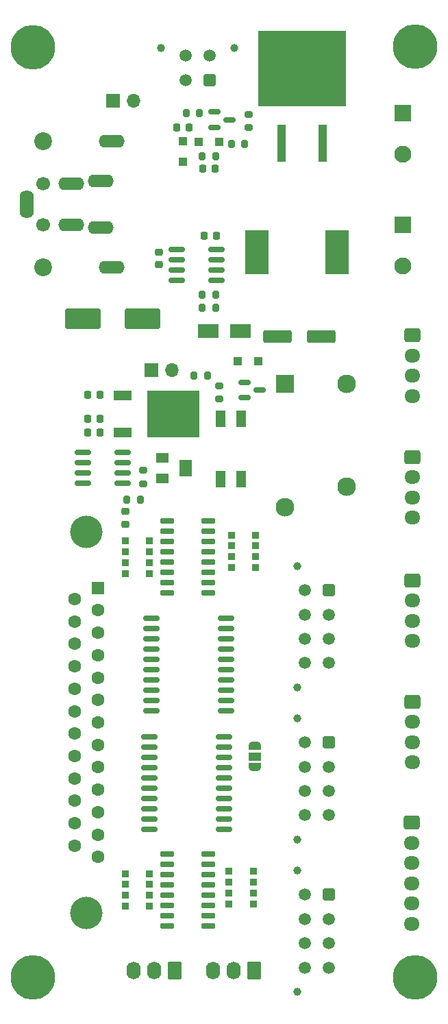
<source format=gbr>
%TF.GenerationSoftware,KiCad,Pcbnew,(6.0.4-0)*%
%TF.CreationDate,2022-05-12T09:35:13+12:00*%
%TF.ProjectId,controller,636f6e74-726f-46c6-9c65-722e6b696361,0.9*%
%TF.SameCoordinates,PX490d2c0PY2ebae40*%
%TF.FileFunction,Soldermask,Top*%
%TF.FilePolarity,Negative*%
%FSLAX46Y46*%
G04 Gerber Fmt 4.6, Leading zero omitted, Abs format (unit mm)*
G04 Created by KiCad (PCBNEW (6.0.4-0)) date 2022-05-12 09:35:13*
%MOMM*%
%LPD*%
G01*
G04 APERTURE LIST*
G04 Aperture macros list*
%AMRoundRect*
0 Rectangle with rounded corners*
0 $1 Rounding radius*
0 $2 $3 $4 $5 $6 $7 $8 $9 X,Y pos of 4 corners*
0 Add a 4 corners polygon primitive as box body*
4,1,4,$2,$3,$4,$5,$6,$7,$8,$9,$2,$3,0*
0 Add four circle primitives for the rounded corners*
1,1,$1+$1,$2,$3*
1,1,$1+$1,$4,$5*
1,1,$1+$1,$6,$7*
1,1,$1+$1,$8,$9*
0 Add four rect primitives between the rounded corners*
20,1,$1+$1,$2,$3,$4,$5,0*
20,1,$1+$1,$4,$5,$6,$7,0*
20,1,$1+$1,$6,$7,$8,$9,0*
20,1,$1+$1,$8,$9,$2,$3,0*%
%AMFreePoly0*
4,1,22,0.550000,-0.750000,0.000000,-0.750000,0.000000,-0.745033,-0.079941,-0.743568,-0.215256,-0.701293,-0.333266,-0.622738,-0.424486,-0.514219,-0.481581,-0.384460,-0.499164,-0.250000,-0.500000,-0.250000,-0.500000,0.250000,-0.499164,0.250000,-0.499963,0.256109,-0.478152,0.396186,-0.417904,0.524511,-0.324060,0.630769,-0.204165,0.706417,-0.067858,0.745374,0.000000,0.744959,0.000000,0.750000,
0.550000,0.750000,0.550000,-0.750000,0.550000,-0.750000,$1*%
%AMFreePoly1*
4,1,20,0.000000,0.744959,0.073905,0.744508,0.209726,0.703889,0.328688,0.626782,0.421226,0.519385,0.479903,0.390333,0.500000,0.250000,0.500000,-0.250000,0.499851,-0.262216,0.476331,-0.402017,0.414519,-0.529596,0.319384,-0.634700,0.198574,-0.708877,0.061801,-0.746166,0.000000,-0.745033,0.000000,-0.750000,-0.550000,-0.750000,-0.550000,0.750000,0.000000,0.750000,0.000000,0.744959,
0.000000,0.744959,$1*%
G04 Aperture macros list end*
%ADD10RoundRect,0.250000X1.500000X0.550000X-1.500000X0.550000X-1.500000X-0.550000X1.500000X-0.550000X0*%
%ADD11RoundRect,0.225000X-0.225000X-0.250000X0.225000X-0.250000X0.225000X0.250000X-0.225000X0.250000X0*%
%ADD12C,1.000000*%
%ADD13RoundRect,0.250001X-0.499999X0.499999X-0.499999X-0.499999X0.499999X-0.499999X0.499999X0.499999X0*%
%ADD14C,1.500000*%
%ADD15R,0.900000X0.900000*%
%ADD16R,1.700000X1.700000*%
%ADD17O,1.700000X1.700000*%
%ADD18R,2.100000X2.100000*%
%ADD19C,2.100000*%
%ADD20RoundRect,0.250001X0.499999X0.499999X-0.499999X0.499999X-0.499999X-0.499999X0.499999X-0.499999X0*%
%ADD21R,1.600000X1.300000*%
%ADD22R,1.600000X2.000000*%
%ADD23RoundRect,0.200000X0.200000X0.275000X-0.200000X0.275000X-0.200000X-0.275000X0.200000X-0.275000X0*%
%ADD24RoundRect,0.150000X-0.875000X-0.150000X0.875000X-0.150000X0.875000X0.150000X-0.875000X0.150000X0*%
%ADD25RoundRect,0.250000X-0.725000X0.600000X-0.725000X-0.600000X0.725000X-0.600000X0.725000X0.600000X0*%
%ADD26O,1.950000X1.700000*%
%ADD27R,2.200000X1.200000*%
%ADD28R,6.400000X5.800000*%
%ADD29RoundRect,0.200000X0.275000X-0.200000X0.275000X0.200000X-0.275000X0.200000X-0.275000X-0.200000X0*%
%ADD30RoundRect,0.225000X0.225000X0.250000X-0.225000X0.250000X-0.225000X-0.250000X0.225000X-0.250000X0*%
%ADD31R,2.900000X5.400000*%
%ADD32RoundRect,0.250000X0.620000X0.845000X-0.620000X0.845000X-0.620000X-0.845000X0.620000X-0.845000X0*%
%ADD33O,1.740000X2.190000*%
%ADD34R,1.100000X4.600000*%
%ADD35R,10.800000X9.400000*%
%ADD36R,1.000000X1.000000*%
%ADD37RoundRect,0.200000X-0.275000X0.200000X-0.275000X-0.200000X0.275000X-0.200000X0.275000X0.200000X0*%
%ADD38C,5.500000*%
%ADD39RoundRect,0.250000X1.950000X1.000000X-1.950000X1.000000X-1.950000X-1.000000X1.950000X-1.000000X0*%
%ADD40R,1.200000X2.000000*%
%ADD41R,2.500000X1.800000*%
%ADD42RoundRect,0.225000X-0.250000X0.225000X-0.250000X-0.225000X0.250000X-0.225000X0.250000X0.225000X0*%
%ADD43C,2.300000*%
%ADD44R,2.300000X2.300000*%
%ADD45C,1.700000*%
%ADD46C,2.200000*%
%ADD47O,3.200000X1.600000*%
%ADD48O,1.750000X3.500000*%
%ADD49RoundRect,0.150000X-0.587500X-0.150000X0.587500X-0.150000X0.587500X0.150000X-0.587500X0.150000X0*%
%ADD50RoundRect,0.150000X0.725000X0.150000X-0.725000X0.150000X-0.725000X-0.150000X0.725000X-0.150000X0*%
%ADD51C,4.000000*%
%ADD52R,1.600000X1.600000*%
%ADD53C,1.600000*%
%ADD54RoundRect,0.200000X-0.200000X-0.275000X0.200000X-0.275000X0.200000X0.275000X-0.200000X0.275000X0*%
%ADD55RoundRect,0.150000X-0.825000X-0.150000X0.825000X-0.150000X0.825000X0.150000X-0.825000X0.150000X0*%
%ADD56FreePoly0,270.000000*%
%ADD57R,1.500000X1.000000*%
%ADD58FreePoly1,270.000000*%
G04 APERTURE END LIST*
D10*
%TO.C,C6*%
X38768000Y-38862000D03*
X33368000Y-38862000D03*
%TD*%
D11*
%TO.C,C3*%
X20925000Y-13000000D03*
X22475000Y-13000000D03*
%TD*%
D12*
%TO.C,J10*%
X35821000Y-104790000D03*
X35821000Y-119790000D03*
D13*
X39761000Y-107790000D03*
D14*
X39761000Y-110790000D03*
X39761000Y-113790000D03*
X39761000Y-116790000D03*
X36761000Y-107790000D03*
X36761000Y-110790000D03*
X36761000Y-113790000D03*
X36761000Y-116790000D03*
%TD*%
D15*
%TO.C,RN2*%
X14581000Y-64110000D03*
X14581000Y-65450000D03*
X14581000Y-66770000D03*
X14581000Y-68110000D03*
X17581000Y-68110000D03*
X17581000Y-66770000D03*
X17581000Y-65450000D03*
X17581000Y-64110000D03*
%TD*%
D16*
%TO.C,JP1*%
X13057000Y-9674000D03*
D17*
X15597000Y-9674000D03*
%TD*%
D18*
%TO.C,J4*%
X48876000Y-11198000D03*
D19*
X48876000Y-16278000D03*
%TD*%
D12*
%TO.C,J3*%
X19025000Y-3194000D03*
X28025000Y-3194000D03*
D20*
X25025000Y-7134000D03*
D14*
X22025000Y-7134000D03*
X25025000Y-4134000D03*
X22025000Y-4134000D03*
%TD*%
D21*
%TO.C,RV1*%
X19140000Y-53828000D03*
D22*
X22040000Y-55078000D03*
D21*
X19140000Y-56328000D03*
%TD*%
D23*
%TO.C,R7*%
X24701000Y-43688000D03*
X23051000Y-43688000D03*
%TD*%
D24*
%TO.C,U3*%
X17509560Y-88277440D03*
X17509560Y-89547440D03*
X17509560Y-90817440D03*
X17509560Y-92087440D03*
X17509560Y-93357440D03*
X17509560Y-94627440D03*
X17509560Y-95897440D03*
X17509560Y-97167440D03*
X17509560Y-98437440D03*
X17509560Y-99707440D03*
X26809560Y-99707440D03*
X26809560Y-98437440D03*
X26809560Y-97167440D03*
X26809560Y-95897440D03*
X26809560Y-94627440D03*
X26809560Y-93357440D03*
X26809560Y-92087440D03*
X26809560Y-90817440D03*
X26809560Y-89547440D03*
X26809560Y-88277440D03*
%TD*%
D25*
%TO.C,J15*%
X50084000Y-83948000D03*
D26*
X50084000Y-86448000D03*
X50084000Y-88948000D03*
X50084000Y-91448000D03*
%TD*%
D27*
%TO.C,U6*%
X14240000Y-46098000D03*
D28*
X20540000Y-48378000D03*
D27*
X14240000Y-50658000D03*
%TD*%
D23*
%TO.C,R4*%
X25725000Y-35300000D03*
X24075000Y-35300000D03*
%TD*%
D29*
%TO.C,R5*%
X29826000Y-13039000D03*
X29826000Y-11389000D03*
%TD*%
D30*
%TO.C,C10*%
X11465000Y-50678000D03*
X9915000Y-50678000D03*
%TD*%
D23*
%TO.C,R9*%
X16427000Y-58950000D03*
X14777000Y-58950000D03*
%TD*%
D31*
%TO.C,L1*%
X30850000Y-28450000D03*
X40750000Y-28450000D03*
%TD*%
D32*
%TO.C,J11*%
X30480000Y-117116000D03*
D33*
X27940000Y-117116000D03*
X25400000Y-117116000D03*
%TD*%
D25*
%TO.C,J14*%
X50038000Y-68962000D03*
D26*
X50038000Y-71462000D03*
X50038000Y-73962000D03*
X50038000Y-76462000D03*
%TD*%
D34*
%TO.C,Q2*%
X33885000Y-14925000D03*
D35*
X36425000Y-5775000D03*
D34*
X38965000Y-14925000D03*
%TD*%
D36*
%TO.C,D2*%
X26175000Y-14800000D03*
X23675000Y-14800000D03*
%TD*%
%TO.C,D1*%
X21700000Y-14750000D03*
X21700000Y-17250000D03*
%TD*%
D23*
%TO.C,R2*%
X25750000Y-16600000D03*
X24100000Y-16600000D03*
%TD*%
D37*
%TO.C,R8*%
X26162000Y-44895000D03*
X26162000Y-46545000D03*
%TD*%
D38*
%TO.C,H4*%
X50400000Y-118000000D03*
%TD*%
D39*
%TO.C,C1*%
X16700000Y-36598000D03*
X9300000Y-36598000D03*
%TD*%
D40*
%TO.C,LF1*%
X26310000Y-56478000D03*
X28850000Y-56478000D03*
X28850000Y-48978000D03*
X26310000Y-48978000D03*
%TD*%
D41*
%TO.C,D3*%
X28800000Y-38200000D03*
X24800000Y-38200000D03*
%TD*%
D16*
%TO.C,JP2*%
X17837200Y-42998800D03*
D17*
X20377200Y-42998800D03*
%TD*%
D42*
%TO.C,C2*%
X18700000Y-28425000D03*
X18700000Y-29975000D03*
%TD*%
D25*
%TO.C,J13*%
X50038000Y-53722000D03*
D26*
X50038000Y-56222000D03*
X50038000Y-58722000D03*
X50038000Y-61222000D03*
%TD*%
D25*
%TO.C,J7*%
X49992000Y-98896000D03*
D26*
X49992000Y-101396000D03*
X49992000Y-103896000D03*
X49992000Y-106396000D03*
X49992000Y-108896000D03*
X49992000Y-111396000D03*
%TD*%
D15*
%TO.C,RN3*%
X27389000Y-104910000D03*
X27389000Y-106250000D03*
X27389000Y-107570000D03*
X27389000Y-108910000D03*
X30389000Y-108910000D03*
X30389000Y-107570000D03*
X30389000Y-106250000D03*
X30389000Y-104910000D03*
%TD*%
D18*
%TO.C,J5*%
X48876000Y-25067000D03*
D19*
X48876000Y-30147000D03*
%TD*%
D43*
%TO.C,K1*%
X41920000Y-44719000D03*
X41900000Y-57419000D03*
X34300000Y-59959000D03*
D44*
X34300000Y-44719000D03*
%TD*%
D15*
%TO.C,RN1*%
X14573000Y-105182000D03*
X14573000Y-106522000D03*
X14573000Y-107842000D03*
X14573000Y-109182000D03*
X17573000Y-109182000D03*
X17573000Y-107842000D03*
X17573000Y-106522000D03*
X17573000Y-105182000D03*
%TD*%
D30*
%TO.C,C4*%
X25700000Y-18100000D03*
X24150000Y-18100000D03*
%TD*%
D12*
%TO.C,J9*%
X35821000Y-100972000D03*
X35821000Y-85972000D03*
D13*
X39761000Y-88972000D03*
D14*
X39761000Y-91972000D03*
X39761000Y-94972000D03*
X39761000Y-97972000D03*
X36761000Y-88972000D03*
X36761000Y-91972000D03*
X36761000Y-94972000D03*
X36761000Y-97972000D03*
%TD*%
D30*
%TO.C,C7*%
X11465000Y-46078000D03*
X9915000Y-46078000D03*
%TD*%
D45*
%TO.C,J2*%
X4400000Y-20000000D03*
D46*
X4400000Y-30300000D03*
X4400000Y-14700000D03*
D45*
X4400000Y-25000000D03*
D47*
X11550000Y-25400000D03*
X7900000Y-25000000D03*
X7900000Y-20000000D03*
X11550000Y-19600000D03*
X12900000Y-14700000D03*
D48*
X2400000Y-22500000D03*
D47*
X12900000Y-30300000D03*
%TD*%
D49*
%TO.C,Q3*%
X29288500Y-44516000D03*
X29288500Y-46416000D03*
X31163500Y-45466000D03*
%TD*%
D12*
%TO.C,J8*%
X35821000Y-67176000D03*
X35821000Y-82176000D03*
D13*
X39761000Y-70176000D03*
D14*
X39761000Y-73176000D03*
X39761000Y-76176000D03*
X39761000Y-79176000D03*
X36761000Y-70176000D03*
X36761000Y-73176000D03*
X36761000Y-76176000D03*
X36761000Y-79176000D03*
%TD*%
D15*
%TO.C,RN4*%
X30681000Y-67360000D03*
X30681000Y-66020000D03*
X30681000Y-64700000D03*
X30681000Y-63360000D03*
X27681000Y-63360000D03*
X27681000Y-64700000D03*
X27681000Y-66020000D03*
X27681000Y-67360000D03*
%TD*%
D11*
%TO.C,C5*%
X24325000Y-26400000D03*
X25875000Y-26400000D03*
%TD*%
D42*
%TO.C,C9*%
X14586000Y-60461000D03*
X14586000Y-62011000D03*
%TD*%
D50*
%TO.C,U7*%
X24860000Y-70505000D03*
X24860000Y-69235000D03*
X24860000Y-67965000D03*
X24860000Y-66695000D03*
X24860000Y-65425000D03*
X24860000Y-64155000D03*
X24860000Y-62885000D03*
X24860000Y-61615000D03*
X19710000Y-61615000D03*
X19710000Y-62885000D03*
X19710000Y-64155000D03*
X19710000Y-65425000D03*
X19710000Y-66695000D03*
X19710000Y-67965000D03*
X19710000Y-69235000D03*
X19710000Y-70505000D03*
%TD*%
D51*
%TO.C,J6*%
X9734331Y-110055000D03*
X9734331Y-62955000D03*
D52*
X11154331Y-69885000D03*
D53*
X11154331Y-72655000D03*
X11154331Y-75425000D03*
X11154331Y-78195000D03*
X11154331Y-80965000D03*
X11154331Y-83735000D03*
X11154331Y-86505000D03*
X11154331Y-89275000D03*
X11154331Y-92045000D03*
X11154331Y-94815000D03*
X11154331Y-97585000D03*
X11154331Y-100355000D03*
X11154331Y-103125000D03*
X8314331Y-71270000D03*
X8314331Y-74040000D03*
X8314331Y-76810000D03*
X8314331Y-79580000D03*
X8314331Y-82350000D03*
X8314331Y-85120000D03*
X8314331Y-87890000D03*
X8314331Y-90660000D03*
X8314331Y-93430000D03*
X8314331Y-96200000D03*
X8314331Y-98970000D03*
X8314331Y-101740000D03*
%TD*%
D32*
%TO.C,J12*%
X20682000Y-117116000D03*
D33*
X18142000Y-117116000D03*
X15602000Y-117116000D03*
%TD*%
D54*
%TO.C,R1*%
X22100000Y-11250000D03*
X23750000Y-11250000D03*
%TD*%
D38*
%TO.C,H1*%
X3156000Y-3070000D03*
%TD*%
D25*
%TO.C,J16*%
X50038000Y-38676000D03*
D26*
X50038000Y-41176000D03*
X50038000Y-43676000D03*
X50038000Y-46176000D03*
%TD*%
D38*
%TO.C,H3*%
X3156000Y-118000000D03*
%TD*%
D29*
%TO.C,R10*%
X16790000Y-57003000D03*
X16790000Y-55353000D03*
%TD*%
D36*
%TO.C,D4*%
X30968000Y-41910000D03*
X28468000Y-41910000D03*
%TD*%
D55*
%TO.C,U4*%
X9305000Y-53183000D03*
X9305000Y-54453000D03*
X9305000Y-55723000D03*
X9305000Y-56993000D03*
X14255000Y-56993000D03*
X14255000Y-55723000D03*
X14255000Y-54453000D03*
X14255000Y-53183000D03*
%TD*%
%TO.C,U1*%
X20925000Y-28095000D03*
X20925000Y-29365000D03*
X20925000Y-30635000D03*
X20925000Y-31905000D03*
X25875000Y-31905000D03*
X25875000Y-30635000D03*
X25875000Y-29365000D03*
X25875000Y-28095000D03*
%TD*%
D49*
%TO.C,Q1*%
X25587500Y-11100000D03*
X25587500Y-13000000D03*
X27462500Y-12050000D03*
%TD*%
D50*
%TO.C,U5*%
X24860000Y-111627000D03*
X24860000Y-110357000D03*
X24860000Y-109087000D03*
X24860000Y-107817000D03*
X24860000Y-106547000D03*
X24860000Y-105277000D03*
X24860000Y-104007000D03*
X24860000Y-102737000D03*
X19710000Y-102737000D03*
X19710000Y-104007000D03*
X19710000Y-105277000D03*
X19710000Y-106547000D03*
X19710000Y-107817000D03*
X19710000Y-109087000D03*
X19710000Y-110357000D03*
X19710000Y-111627000D03*
%TD*%
D38*
%TO.C,H2*%
X50400000Y-3048000D03*
%TD*%
D54*
%TO.C,R3*%
X24075000Y-33700000D03*
X25725000Y-33700000D03*
%TD*%
D24*
%TO.C,U2*%
X17759560Y-73606440D03*
X17759560Y-74876440D03*
X17759560Y-76146440D03*
X17759560Y-77416440D03*
X17759560Y-78686440D03*
X17759560Y-79956440D03*
X17759560Y-81226440D03*
X17759560Y-82496440D03*
X17759560Y-83766440D03*
X17759560Y-85036440D03*
X27059560Y-85036440D03*
X27059560Y-83766440D03*
X27059560Y-82496440D03*
X27059560Y-81226440D03*
X27059560Y-79956440D03*
X27059560Y-78686440D03*
X27059560Y-77416440D03*
X27059560Y-76146440D03*
X27059560Y-74876440D03*
X27059560Y-73606440D03*
%TD*%
D54*
%TO.C,R6*%
X27675000Y-15008000D03*
X29325000Y-15008000D03*
%TD*%
D30*
%TO.C,C8*%
X11465000Y-48978000D03*
X9915000Y-48978000D03*
%TD*%
D56*
%TO.C,JP3*%
X30588000Y-89400000D03*
D57*
X30588000Y-90700000D03*
D58*
X30588000Y-92000000D03*
%TD*%
M02*

</source>
